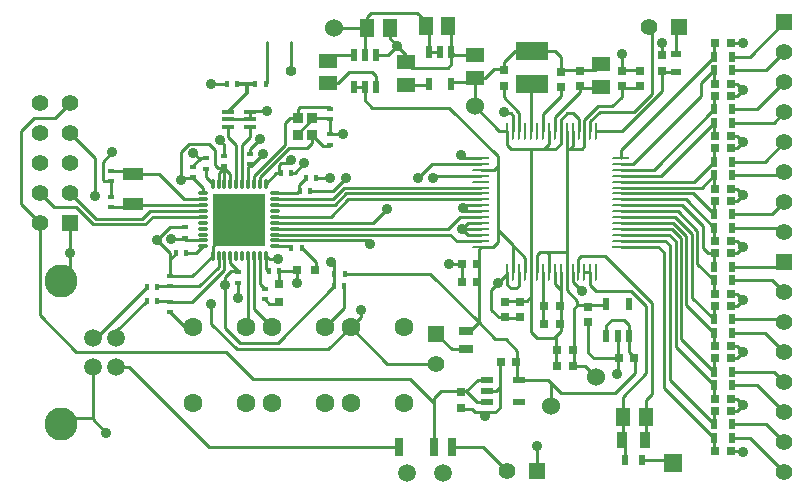
<source format=gtl>
%FSTAX23Y23*%
%MOIN*%
%SFA1B1*%

%IPPOS*%
%ADD11R,0.060000X0.009800*%
%ADD12O,0.060000X0.009800*%
%ADD13O,0.009800X0.060000*%
%ADD14R,0.035000X0.055000*%
%ADD15R,0.045000X0.025000*%
%ADD16R,0.023600X0.015700*%
%ADD17R,0.015700X0.023600*%
%ADD18R,0.055000X0.055000*%
%ADD19C,0.055000*%
%ADD20R,0.070866X0.039370*%
%ADD21R,0.033465X0.037402*%
%ADD22R,0.106000X0.063000*%
%ADD23R,0.059000X0.051200*%
%ADD24R,0.051200X0.059000*%
%ADD25R,0.039370X0.013780*%
%ADD26C,0.062992*%
%ADD27R,0.023622X0.041339*%
%ADD28R,0.043307X0.023622*%
%ADD29R,0.023622X0.043307*%
%ADD30R,0.019685X0.035433*%
%ADD31R,0.035433X0.019685*%
%ADD32R,0.027559X0.031496*%
%ADD33R,0.031496X0.027559*%
%ADD34R,0.059055X0.059055*%
%ADD35C,0.060000*%
%ADD36O,0.011024X0.039370*%
%ADD37O,0.039370X0.011024*%
%ADD38R,0.177165X0.177165*%
%ADD39C,0.019685*%
%ADD40C,0.059055*%
%ADD41C,0.110236*%
%ADD42R,0.027559X0.059055*%
%ADD43R,0.031496X0.031496*%
%ADD44R,0.023622X0.017717*%
%ADD45R,0.017717X0.023622*%
%ADD54C,0.035000*%
%ADD55C,0.010000*%
%ADD56C,0.013780*%
%LNeeg_v2-f_cu_ver2-1*%
%LPD*%
G54D11*
X12423Y-0633D03*
G54D12*
X12423Y-0631D03*
Y-0629D03*
Y-06271D03*
Y-06251D03*
Y-06231D03*
Y-06212D03*
Y-06192D03*
Y-06172D03*
Y-06152D03*
Y-06133D03*
Y-06113D03*
Y-06093D03*
Y-06074D03*
Y-06054D03*
Y-06034D03*
G54D13*
X1234Y-05945D03*
X1232D03*
X123D03*
X12281D03*
X12261D03*
X12241D03*
X12222D03*
X12202D03*
X12182D03*
X12162D03*
X12143D03*
X12123D03*
X12103D03*
X12084D03*
X12064D03*
X12044D03*
G54D12*
X11955Y-06034D03*
Y-06054D03*
Y-06074D03*
Y-06093D03*
Y-06113D03*
Y-06133D03*
Y-06152D03*
Y-06172D03*
Y-06192D03*
Y-06212D03*
Y-06231D03*
Y-06251D03*
Y-06271D03*
Y-0629D03*
Y-0631D03*
Y-0633D03*
G54D13*
X12044Y-06413D03*
X12064D03*
X12103D03*
X12084Y-06414D03*
X12123Y-06413D03*
X12143D03*
X12162D03*
X12182D03*
X12202D03*
X12222D03*
X12241D03*
X12261D03*
X1228D03*
X123D03*
X1232D03*
X12339D03*
G54D14*
X12502Y-06975D03*
X12427D03*
G54D15*
X11905Y-06612D03*
Y-06672D03*
G54D16*
X1104Y-0607D03*
Y-06034D03*
G54D17*
X10842Y-06465D03*
X10877D03*
X10842Y-0651D03*
X10877D03*
X11372Y-061D03*
X11407D03*
G54D16*
X11235Y-06505D03*
Y-06469D03*
G54D17*
X1136Y-06335D03*
X11324D03*
X11467Y-0642D03*
X11502D03*
X11204Y-05787D03*
X1124D03*
G54D18*
X12967Y-06382D03*
G54D19*
X12967Y-06482D03*
Y-06582D03*
Y-06682D03*
Y-06782D03*
Y-06882D03*
Y-06982D03*
Y-07082D03*
G54D18*
X12967Y-05582D03*
G54D19*
X12967Y-05682D03*
Y-05782D03*
Y-05882D03*
Y-05982D03*
Y-06082D03*
Y-06182D03*
Y-06282D03*
X10585Y-0605D03*
Y-0595D03*
X10485Y-0605D03*
Y-0625D03*
G54D18*
X10585Y-0625D03*
G54D19*
X10485Y-0615D03*
X10585D03*
X10485Y-0595D03*
Y-0585D03*
X10585D03*
G54D18*
X12142Y-07077D03*
G54D19*
X12042Y-07077D03*
G54D18*
X11807Y-0662D03*
G54D19*
X11807Y-0672D03*
G54D20*
X10797Y-06186D03*
Y-06088D03*
G54D21*
X11347Y-05901D03*
Y-05958D03*
X11392Y-05901D03*
Y-05958D03*
G54D22*
X12127Y-05787D03*
Y-05677D03*
G54D23*
X11446Y-05785D03*
Y-0571D03*
G54D24*
X11576Y-056D03*
X11651D03*
X11772Y-05595D03*
X11847D03*
G54D23*
X11935Y-05766D03*
Y-05691D03*
X11707Y-0579D03*
Y-05715D03*
G54D24*
X12505Y-06897D03*
X1243D03*
G54D23*
X12355Y-05797D03*
Y-05722D03*
G54D25*
X11114Y-05879D03*
Y-05905D03*
Y-0593D03*
X11185D03*
Y-05905D03*
Y-05879D03*
G54D26*
X11173Y-06597D03*
X10996D03*
Y-06852D03*
X11173D03*
X11258D03*
X11436D03*
Y-06597D03*
X11258D03*
X11521Y-06852D03*
X11698D03*
Y-06597D03*
X11521D03*
G54D27*
X11533Y-05797D03*
X1157D03*
X11607D03*
Y-0569D03*
X1157D03*
X11533D03*
G54D28*
X12081Y-06848D03*
Y-06773D03*
X11975D03*
Y-0681D03*
Y-06848D03*
G54D29*
X12448Y-06521D03*
X12374D03*
Y-06627D03*
X12411D03*
X12448D03*
G54D27*
X11783Y-05787D03*
X11857D03*
Y-0568D03*
X1182D03*
X11783D03*
G54D30*
X12732Y-06922D03*
X12792D03*
X12732Y-06967D03*
X12792D03*
X12732Y-06747D03*
X12792D03*
X12732Y-06792D03*
X12792D03*
X12732Y-06092D03*
X12792D03*
X12732Y-06047D03*
X12792D03*
X12732Y-06442D03*
X12792D03*
X12732Y-05697D03*
X12792D03*
X12732Y-05742D03*
X12792D03*
G54D31*
X12607Y-05687D03*
Y-05747D03*
G54D30*
X12494Y-07042D03*
X12435D03*
X12732Y-05872D03*
X12792D03*
X12732Y-05917D03*
X12792D03*
X12732Y-06397D03*
X12792D03*
X12732Y-06222D03*
X12792D03*
X12732Y-06267D03*
X12792D03*
X12732Y-06617D03*
X12792D03*
X12732Y-06572D03*
X12792D03*
G54D32*
X12736Y-06662D03*
X12788D03*
X12736Y-06527D03*
X12788D03*
X12736Y-06487D03*
X12788D03*
X12736Y-06352D03*
X12788D03*
X12736Y-06702D03*
X12788D03*
X12736Y-06837D03*
X12788D03*
X12736Y-06312D03*
X12788D03*
X12736Y-06177D03*
X12788D03*
X12736Y-06877D03*
X12788D03*
X12736Y-07012D03*
X12788D03*
X12736Y-06137D03*
X12788D03*
X12736Y-06002D03*
X12788D03*
X12736Y-05787D03*
X12788D03*
X12736Y-05827D03*
X12788D03*
G54D33*
X1256Y-05743D03*
Y-05691D03*
G54D32*
X12736Y-05962D03*
X12788D03*
G54D34*
X12597Y-0705D03*
G54D18*
X12617Y-05597D03*
G54D19*
X12517Y-05597D03*
G54D32*
X12736Y-05652D03*
X12788D03*
G54D35*
X12188Y-06862D03*
X12338Y-06763D03*
X11466Y-056D03*
X11937Y-05862D03*
G54D36*
X11061Y-0636D03*
X11081D03*
X111D03*
X1112D03*
X1114D03*
X11159D03*
X11179D03*
X11199D03*
X11218D03*
X11238D03*
G54D37*
X1127Y-06328D03*
Y-06308D03*
Y-06289D03*
Y-06269D03*
Y-06249D03*
Y-0623D03*
Y-0621D03*
Y-0619D03*
Y-06171D03*
Y-06151D03*
G54D36*
X11238Y-06119D03*
X11218D03*
X11199D03*
X11179D03*
X11159D03*
X1114D03*
X1112D03*
X111D03*
X11081D03*
X11061D03*
G54D37*
X11029Y-06151D03*
Y-06171D03*
Y-0619D03*
Y-0621D03*
Y-0623D03*
Y-06249D03*
Y-06269D03*
Y-06289D03*
Y-06308D03*
Y-06328D03*
G54D38*
X1115Y-0624D03*
G54D39*
X1113Y-06259D03*
Y-0622D03*
X11169D03*
Y-06259D03*
Y-06299D03*
X1113D03*
X1109D03*
Y-06259D03*
Y-0622D03*
Y-0618D03*
X1113D03*
X11169D03*
X11209D03*
Y-0622D03*
Y-06259D03*
Y-06299D03*
G54D40*
X1074Y-06731D03*
Y-06633D03*
X10661D03*
Y-06731D03*
G54D41*
X10555Y-06445D03*
Y-06919D03*
G54D40*
X11829Y-07085D03*
X1171D03*
G54D42*
X11681Y-06996D03*
X11799D03*
X11858D03*
G54D43*
X11282Y-06514D03*
Y-06455D03*
X11402Y-06407D03*
X11342D03*
G54D33*
X12285Y-05795D03*
Y-05744D03*
X12312Y-06529D03*
Y-0658D03*
X12035Y-06514D03*
Y-06565D03*
X12086Y-06513D03*
Y-06564D03*
X12222Y-05798D03*
Y-05746D03*
G54D32*
X12166Y-06587D03*
X12218D03*
X12166Y-06527D03*
X12218D03*
G54D33*
X12032Y-05793D03*
Y-05741D03*
X12485Y-05795D03*
Y-05744D03*
X12425Y-05795D03*
Y-05744D03*
G54D32*
X11944Y-06447D03*
X11893D03*
X11944Y-06387D03*
X11893D03*
X12073Y-06715D03*
X12022D03*
X12261Y-06728D03*
X1221D03*
X12261Y-06673D03*
X1221D03*
G54D33*
X11888Y-06815D03*
Y-06866D03*
G54D32*
X12466Y-06702D03*
X12415D03*
G54D44*
X10997Y-06096D03*
Y-06063D03*
G54D45*
X1125Y-06412D03*
X11284D03*
G54D44*
X111Y-06061D03*
Y-06028D03*
X11147Y-06415D03*
Y-06449D03*
G54D45*
X11465Y-06462D03*
X11499D03*
G54D44*
X11185Y-06054D03*
Y-0602D03*
G54D45*
X11288Y-06085D03*
X11321D03*
X11141Y-05787D03*
X11108D03*
X10974Y-06352D03*
X1094D03*
X11353Y-06145D03*
X11386D03*
G54D44*
X1092Y-06428D03*
Y-06461D03*
Y-06513D03*
Y-06546D03*
X1097Y-06299D03*
Y-06265D03*
X10722Y-06196D03*
Y-06163D03*
Y-06078D03*
Y-06111D03*
X11452Y-0587D03*
Y-05904D03*
Y-05989D03*
Y-05955D03*
G54D31*
X11324Y-05745D03*
G54D54*
X11642Y-06205D03*
X11747Y-061D03*
X11587Y-0632D03*
X11795Y-06102D03*
X11452D03*
X11555Y-0654D03*
X11057Y-06522D03*
X1067Y-0616D03*
X10955Y-06107D03*
X11457Y-0638D03*
X11322Y-0604D03*
X1123Y-0602D03*
X1128Y-06372D03*
X11102Y-06457D03*
X10922Y-06305D03*
X11677Y-0566D03*
X11495Y-05955D03*
X11367Y-06052D03*
X10727Y-06015D03*
X11968Y-06893D03*
X12409Y-06755D03*
X12291Y-06476D03*
X12142Y-06995D03*
X12011Y-06452D03*
X11893Y-06271D03*
X11895Y-06202D03*
X11889Y-06023D03*
X12031Y-05881D03*
X12425Y-05688D03*
X1256Y-0565D03*
X1283Y-05652D03*
Y-05807D03*
Y-05982D03*
Y-06157D03*
Y-06332D03*
Y-06682D03*
Y-06507D03*
Y-07015D03*
Y-06857D03*
X1185Y-06387D03*
X11342Y-06452D03*
X1122Y-0597D03*
X11085Y-05975D03*
X11055Y-05787D03*
X11507Y-061D03*
X11147Y-06502D03*
X10585Y-0635D03*
X10707Y-0695D03*
X10877Y-06307D03*
X10997Y-06017D03*
X11324Y-05745D03*
X11242Y-05877D03*
G54D55*
X12241Y-06473D02*
Y-06413D01*
X12303Y-06728D02*
X12338Y-06763D01*
X12173Y-06346D02*
X12241D01*
X12143Y-06413D02*
Y-06356D01*
X12182Y-06355D02*
Y-06413D01*
X12173Y-06346D02*
X12182Y-06355D01*
X12153Y-06346D02*
X12173D01*
X12143Y-06356D02*
X12153Y-06346D01*
X123Y-05945D02*
Y-05907D01*
X12346Y-05862D01*
X12251Y-06003D02*
X12291D01*
X123Y-05994D02*
Y-05945D01*
X12291Y-06003D02*
X123Y-05994D01*
X12241Y-06003D02*
X12251D01*
X12261Y-05994D02*
Y-05945D01*
X12251Y-06003D02*
X12261Y-05994D01*
X12241Y-05945D02*
Y-06003D01*
Y-06346D01*
Y-06413D01*
X12241Y-06413D01*
X1237Y-06525D02*
X12374Y-06521D01*
X12277Y-06509D02*
X12241Y-06473D01*
X12346Y-05862D02*
X12393D01*
X12277Y-06525D02*
Y-06509D01*
X12393Y-05862D02*
X12425Y-0583D01*
X12265Y-06537D02*
X12277Y-06525D01*
X12425Y-0583D02*
Y-05799D01*
X12485D01*
X12265Y-06728D02*
X12303D01*
X12265D02*
Y-06673D01*
Y-06537D01*
X12277Y-06525D02*
X12312D01*
X1237D01*
X11905Y-06612D02*
X11918D01*
X11948Y-06582D01*
X11785Y-0642D01*
X11502D01*
X12188Y-06862D02*
Y-06783D01*
X11948Y-06582D02*
Y-06582D01*
X12003Y-06637D02*
X11948Y-06582D01*
X12039Y-06637D02*
X12003D01*
X12081Y-06773D02*
X12178D01*
X12188Y-06783D01*
X12224Y-06818D01*
X11948Y-06336D02*
X11955Y-0633D01*
X12064Y-06413D02*
Y-06328D01*
X12055Y-06318D01*
X12103Y-06413D02*
Y-06367D01*
X12055Y-06318D01*
X12011Y-06275D01*
Y-06059D02*
Y-06275D01*
Y-06314D01*
X11996Y-0633D02*
X11955D01*
X12011Y-06314D02*
X11996Y-0633D01*
X11955Y-06074D02*
X12D01*
X1157Y-05842D02*
Y-05797D01*
X11594Y-05866D02*
X1157Y-05842D01*
X1185Y-05866D02*
X11594D01*
X12011Y-06027D02*
X1185Y-05866D01*
X12011Y-06062D02*
Y-06059D01*
Y-06027D01*
X12Y-06074D02*
X12011Y-06062D01*
X12374Y-06627D02*
Y-06592D01*
X12448D02*
Y-06627D01*
X12431Y-06574D02*
X12448Y-06592D01*
X12391Y-06574D02*
X12431D01*
X12374Y-06592D02*
X12391Y-06574D01*
X1157Y-05797D02*
X11533D01*
X12077Y-06769D02*
X12081Y-06773D01*
X12077Y-06676D02*
X12039Y-06637D01*
X12224Y-06818D02*
X12401D01*
X1247Y-06749D01*
X11948Y-06387D02*
Y-06336D01*
Y-06387D02*
Y-06447D01*
Y-06582D02*
Y-06447D01*
X1247Y-06749D02*
Y-06702D01*
X12448Y-06681D02*
Y-06627D01*
X1247Y-06702D02*
X12448Y-06681D01*
X12077Y-06715D02*
Y-06676D01*
Y-06715D02*
Y-06769D01*
X12206Y-06673D02*
Y-06728D01*
Y-06673D02*
Y-06628D01*
X122Y-06633D02*
X12206Y-06628D01*
X12222Y-06612D01*
X12141Y-06633D02*
X122D01*
X12123Y-06615D02*
X12141Y-06633D01*
X12123Y-06494D02*
Y-06615D01*
X12108Y-06509D02*
X12123Y-06494D01*
X12222Y-06612D02*
Y-06587D01*
X12086Y-06509D02*
X12108D01*
X11935Y-05766D02*
X11969D01*
X11998Y-05737D01*
X12123Y-06413D02*
Y-06494D01*
Y-06413D02*
Y-06003D01*
X12202Y-06413D02*
Y-06454D01*
X12222Y-06474D01*
Y-06413D01*
X12222Y-06413D01*
Y-05945D02*
Y-05907D01*
X12281Y-05903D02*
Y-05945D01*
X12263Y-05885D02*
X12281Y-05903D01*
X12244Y-05885D02*
X12263D01*
X12222Y-05907D02*
X12244Y-05885D01*
X12165Y-06003D02*
X12204D01*
X12222Y-05986D02*
Y-05945D01*
X12204Y-06003D02*
X12222Y-05986D01*
X12044Y-05945D02*
Y-05991D01*
X12182Y-05986D02*
Y-05945D01*
X12165Y-06003D02*
X12182Y-05986D01*
X12057Y-06003D02*
X12123D01*
X12165D01*
X12044Y-05991D02*
X12057Y-06003D01*
X11935Y-05766D02*
Y-05862D01*
X12044Y-05944D02*
X12044Y-05945D01*
X12017Y-05944D02*
X12044D01*
X11935Y-05862D02*
X12017Y-05944D01*
X12337Y-0574D02*
X12355Y-05722D01*
X12127Y-05677D02*
X12203D01*
X12222Y-05696D01*
X12068Y-05677D02*
X12127D01*
X11857Y-05787D02*
X11862Y-05782D01*
X11919D02*
X11935Y-05766D01*
X11862Y-05782D02*
X11919D01*
X12032Y-05713D02*
X12068Y-05677D01*
X11998Y-05737D02*
X12032D01*
Y-05713D01*
X12285Y-0574D02*
X12337D01*
X12282Y-05742D02*
X12285Y-0574D01*
X12222Y-05742D02*
X12282D01*
X12222Y-05696D02*
Y-05742D01*
X12086Y-06509D02*
X12035D01*
X12035Y-0651D01*
X12222Y-06527D02*
Y-06474D01*
Y-06527D02*
Y-06587D01*
X12792Y-05742D02*
X12907D01*
X12967Y-05682D01*
X12792Y-05697D02*
X12852D01*
X12967Y-05582D01*
X12792Y-05917D02*
X12932D01*
X12967Y-05882D01*
X12792Y-05872D02*
X12877D01*
X12967Y-05782D01*
X12792Y-06092D02*
X12957D01*
X12967Y-06082D01*
X12792Y-06047D02*
X12902D01*
X12967Y-05982D01*
X12792Y-06267D02*
X12952D01*
X12967Y-06282D01*
X12792Y-06222D02*
X12927D01*
X12967Y-06182D01*
X12792Y-06442D02*
X12927D01*
X12967Y-06482D01*
X12792Y-06397D02*
X12952D01*
X12967Y-06382D01*
X12792Y-06617D02*
X12902D01*
X12967Y-06682D01*
X12792Y-06572D02*
X12957D01*
X12967Y-06582D01*
X12792Y-06792D02*
X12877D01*
X12967Y-06882D01*
X12792Y-06747D02*
X12932D01*
X12967Y-06782D01*
X12792Y-06967D02*
X12852D01*
X12967Y-07082D01*
X12792Y-06922D02*
X12907D01*
X12967Y-06982D01*
X12494Y-07042D02*
X1259D01*
X12597Y-0705D01*
X1228Y-06413D02*
Y-06371D01*
X12505Y-06842D02*
Y-06897D01*
X12525Y-06822D02*
X12505Y-06842D01*
X12525Y-06517D02*
Y-06822D01*
X1237Y-06362D02*
X12525Y-06517D01*
X1229Y-06362D02*
X1237D01*
X1228Y-06371D02*
X1229Y-06362D01*
X12505Y-06897D02*
Y-06972D01*
X12502Y-06975D01*
X12435Y-07042D02*
Y-06982D01*
X12427Y-06975D01*
X1243Y-06897D02*
Y-06972D01*
X12427Y-06975D01*
X1232Y-06413D02*
Y-06457D01*
X1243Y-0683D02*
Y-06897D01*
X12507Y-06752D02*
X1243Y-0683D01*
X12507Y-06527D02*
Y-06752D01*
X12457Y-06477D02*
X12507Y-06527D01*
X1234Y-06477D02*
X12457D01*
X1232Y-06457D02*
X1234Y-06477D01*
X123Y-06413D02*
X1232D01*
X11955Y-06152D02*
X11507D01*
X11469Y-0619D02*
X1127D01*
X11507Y-06152D02*
X11469Y-0619D01*
X11955Y-06054D02*
X11793D01*
X11597Y-06249D02*
X1127D01*
X11642Y-06205D02*
X11597Y-06249D01*
X11793Y-06054D02*
X11747Y-061D01*
X11955Y-06231D02*
X11885D01*
X11847Y-06269D02*
X1127D01*
X11885Y-06231D02*
X11847Y-06269D01*
X11955Y-0631D02*
X11875D01*
X11854Y-06289D02*
X1127D01*
X11875Y-0631D02*
X11854Y-06289D01*
X11955Y-06093D02*
X11803D01*
X11576Y-06308D02*
X1127D01*
X11587Y-0632D02*
X11576Y-06308D01*
X11803Y-06093D02*
X11795Y-06102D01*
X12607Y-05687D02*
Y-05607D01*
X12617Y-05597D01*
X1232Y-05945D02*
Y-0591D01*
X12525Y-05605D02*
X12517Y-05597D01*
X12525Y-05822D02*
Y-05605D01*
X12467Y-0588D02*
X12525Y-05822D01*
X12351Y-0588D02*
X12467D01*
X1232Y-0591D02*
X12351Y-0588D01*
X11955Y-06133D02*
X11499D01*
X11461Y-06171D02*
X1127D01*
X11499Y-06133D02*
X11461Y-06171D01*
X12123Y-05945D02*
Y-05791D01*
X12127Y-05787D01*
X12032Y-05831D02*
Y-05797D01*
X12084Y-05883D02*
X12032Y-05831D01*
X12084Y-05945D02*
Y-05883D01*
X12162Y-06587D02*
Y-06527D01*
Y-06413D02*
Y-06527D01*
X12222Y-05828D02*
Y-05802D01*
X12162Y-05888D02*
X12222Y-05828D01*
X12162Y-05945D02*
Y-05888D01*
X12285Y-05799D02*
X12352D01*
X12285Y-05815D02*
Y-05799D01*
X12202Y-05898D02*
X12285Y-05815D01*
X12352Y-05799D02*
X12355Y-05797D01*
X12202Y-05945D02*
Y-05898D01*
X12042Y-07077D02*
X11961Y-06996D01*
X11858D01*
X11242Y-05745D02*
Y-05648D01*
X1124Y-05787D02*
X11242Y-05785D01*
Y-05745D01*
X10585Y-0615D02*
X10672Y-06237D01*
X10854Y-0621D02*
X11029D01*
X10827Y-06237D02*
X10854Y-0621D01*
X10672Y-06237D02*
X10827D01*
X11029Y-0623D02*
X10862D01*
X10532Y-06197D02*
X10485Y-0615D01*
X10605Y-06197D02*
X10532D01*
X10662Y-06255D02*
X10605Y-06197D01*
X10837Y-06255D02*
X10662D01*
X10862Y-0623D02*
X10837Y-06255D01*
X11218Y-0636D02*
Y-06453D01*
X11235Y-06469D01*
X1127Y-06328D02*
X11318D01*
X11324Y-06335D01*
X11348Y-06145D02*
Y-06123D01*
X11372Y-061D01*
X1127Y-06151D02*
X11341D01*
X11348Y-06145D01*
X11521Y-06597D02*
X11644Y-0672D01*
X11807D01*
X11521Y-06597D02*
X11555Y-06563D01*
X1141Y-06102D02*
X11407Y-061D01*
X11452Y-06102D02*
X1141D01*
X11555Y-06563D02*
Y-0654D01*
X10585Y-0595D02*
X1067Y-06035D01*
X11445Y-06672D02*
X11521Y-06597D01*
X11142Y-06672D02*
X11445D01*
X11057Y-06587D02*
X11142Y-06672D01*
X11057Y-06522D02*
Y-06587D01*
X1067Y-06035D02*
Y-0616D01*
X1114Y-06119D02*
Y-0599D01*
X11114Y-05964D02*
Y-0593D01*
X1114Y-0599D02*
X11114Y-05964D01*
X11159Y-06119D02*
Y-0599D01*
X11185Y-05931D02*
X11185Y-0593D01*
X11185Y-05965D02*
Y-05931D01*
X11159Y-0599D02*
X11185Y-05965D01*
X11955Y-06172D02*
X11514D01*
X11457Y-0623D02*
X1127D01*
X11514Y-06172D02*
X11457Y-0623D01*
X11179Y-0636D02*
Y-06591D01*
X11173Y-06597D01*
X11199Y-0636D02*
Y-06537D01*
X11258Y-06597D01*
G54D56*
X11114Y-05879D02*
X11177Y-05816D01*
Y-05787D01*
X11199D02*
X11177D01*
X11146D01*
G54D55*
X10842Y-0651D02*
X1074Y-06611D01*
Y-06633D01*
X111Y-0636D02*
Y-06406D01*
X10994Y-06513D02*
X1092D01*
X111Y-06406D02*
X10994Y-06513D01*
X10877Y-0651D02*
X10916D01*
X1092Y-06513D01*
X10842Y-06465D02*
X10674Y-06633D01*
X10661D01*
X1092Y-06461D02*
X1088D01*
X10877Y-06465D01*
X1092Y-06461D02*
X11015D01*
X11081Y-06396D02*
Y-0636D01*
X11015Y-06461D02*
X11081Y-06396D01*
X11465Y-06462D02*
Y-06421D01*
X11467Y-0642D01*
X11102Y-06457D02*
Y-066D01*
X11278Y-0665D02*
X11465Y-06462D01*
X11152Y-0665D02*
X11278D01*
X11102Y-066D02*
X11152Y-0665D01*
X11465Y-06387D02*
Y-06412D01*
X11457Y-0638D02*
X11465Y-06387D01*
X11283Y-06056D02*
Y-06085D01*
X1129Y-0605D02*
X11283Y-06056D01*
X11312Y-0605D02*
X1129D01*
X11322Y-0604D02*
X11312Y-0605D01*
X11185Y-06059D02*
X1119D01*
X1123Y-0602D01*
X11238Y-0636D02*
X11251Y-06372D01*
X1128D01*
X11238Y-06119D02*
X11273Y-06085D01*
X11283D01*
X11124Y-0641D02*
X11147D01*
X11102Y-06457D02*
Y-06432D01*
X11124Y-0641D01*
X1112Y-0636D02*
Y-06383D01*
X11147Y-0641D01*
X111Y-06066D02*
X11079D01*
X1107Y-06057D01*
Y-06007D01*
X1105Y-05987D01*
X10982D01*
X10955Y-06015D01*
Y-06107D01*
X1097Y-06304D02*
X10923D01*
X10922Y-06305D01*
X1096Y-06101D02*
X10997D01*
X10955Y-06107D02*
X1096Y-06101D01*
X11029Y-06151D02*
Y-06134D01*
X10997Y-06101D01*
X11081Y-06119D02*
Y-06085D01*
X111Y-06066D01*
X111Y-06119D02*
Y-06067D01*
X111Y-06066D01*
X1112Y-06119D02*
Y-06087D01*
X111Y-06066D01*
X11179Y-06119D02*
Y-06064D01*
X11185Y-06059D01*
X11238Y-0636D02*
Y-06405D01*
X11245Y-06412D01*
X11029Y-06308D02*
X10974D01*
X1097Y-06304D01*
X10722Y-06196D02*
X10787D01*
X10797Y-06186D01*
X11029Y-0619D02*
X10801D01*
X10797Y-06186D01*
X10722Y-06078D02*
X10787D01*
X10797Y-06088D01*
X11029Y-06171D02*
X10966D01*
X10883Y-06088D02*
X10797D01*
X10966Y-06171D02*
X10883Y-06088D01*
X11315Y-06D02*
X11377D01*
X11392Y-05985D02*
Y-05958D01*
X11377Y-06D02*
X11392Y-05985D01*
X11452Y-05994D02*
X11428D01*
X11392Y-05958D01*
X11218Y-06119D02*
Y-06096D01*
X11315Y-06D01*
X11313Y-06001D01*
X11301Y-05991D02*
Y-05918D01*
X11318Y-05901D02*
X11347D01*
X11301Y-05918D02*
X11318Y-05901D01*
X11452Y-05865D02*
X11353D01*
X11347Y-05871D01*
Y-05901D01*
X11199Y-06119D02*
Y-06093D01*
X11301Y-05991D01*
X11302Y-0599D01*
X11788Y-05595D02*
X11742Y-0555D01*
X11576Y-05563D02*
Y-056D01*
X1159Y-0555D02*
X11576Y-05563D01*
X11742Y-0555D02*
X1159D01*
X11576Y-056D02*
X11466D01*
X1157Y-0569D02*
Y-05606D01*
X11576Y-056D01*
X11783Y-0568D02*
X1182D01*
X11783D02*
Y-056D01*
X11788Y-05595D01*
X1074Y-06731D02*
X10784D01*
X11048Y-06996D02*
X11681D01*
X10784Y-06731D02*
X11048Y-06996D01*
X11651Y-056D02*
Y-05634D01*
X11677Y-0566D01*
X11707Y-05715D02*
Y-0569D01*
X11677Y-0566D01*
X11607Y-0569D02*
X11646D01*
X11677Y-0566D01*
X11452Y-05955D02*
X11494D01*
X11495Y-05955D01*
X11347Y-05958D02*
Y-05952D01*
X11392Y-05907D02*
Y-05901D01*
X11347Y-05952D02*
X11392Y-05907D01*
X11452Y-05955D02*
Y-05904D01*
X11392Y-05901D02*
X11449D01*
X11452Y-05904D01*
X11321Y-06085D02*
X11335D01*
X11367Y-06052D01*
X12035Y-06565D02*
X12015D01*
X1199Y-06474D02*
X12011Y-06452D01*
X1199Y-0654D02*
Y-06474D01*
X12015Y-06565D02*
X1199Y-0654D01*
X10722Y-06163D02*
Y-06111D01*
X10699D01*
X10695Y-06047D02*
X10727Y-06015D01*
X10695Y-06107D02*
Y-06047D01*
X10699Y-06111D02*
X10695Y-06107D01*
X11499Y-06462D02*
Y-06533D01*
X11436Y-06597D01*
X12018Y-06798D02*
Y-06715D01*
Y-06867D02*
Y-06798D01*
X12006Y-0681D02*
X12018Y-06798D01*
X12003Y-06881D02*
X12018Y-06867D01*
X11968Y-06881D02*
X12003D01*
X11968D02*
Y-06893D01*
X11937Y-06881D02*
X11968D01*
X11925Y-0687D02*
X11937Y-06881D01*
X12411Y-06702D02*
Y-06754D01*
X12332Y-06702D02*
X12411D01*
Y-06754D02*
X12409Y-06755D01*
X12261Y-06446D02*
X12291Y-06476D01*
X11912Y-0629D02*
X11893Y-06271D01*
X11914Y-06251D02*
X11893Y-06271D01*
X11894Y-06271D01*
X11904Y-06212D02*
X11895Y-06202D01*
X11905Y-06192D02*
X11895Y-06202D01*
X119Y-06034D02*
X11889Y-06023D01*
X12055Y-05885D02*
X12035D01*
X12031Y-05881D01*
X12064Y-05895D02*
X12055Y-05885D01*
X1281Y-05827D02*
X1283Y-05807D01*
X1281Y-05787D01*
Y-06002D02*
X1283Y-05982D01*
X1281Y-05962D01*
Y-06177D02*
X1283Y-06157D01*
X1281Y-06137D01*
Y-06352D02*
X1283Y-06332D01*
X1281Y-06312D01*
Y-06702D02*
X1283Y-06682D01*
X1281Y-06662D01*
Y-06527D02*
X1283Y-06507D01*
X1281Y-06487D01*
X1283Y-07015D02*
X12827Y-07012D01*
X1281Y-06877D02*
X1283Y-06857D01*
X1281Y-06837D01*
X12425Y-05689D02*
X12425Y-05688D01*
X12312Y-06584D02*
Y-06683D01*
X12332Y-06702D01*
X12086Y-06568D02*
X12035D01*
X12035Y-06569D01*
X12425Y-0574D02*
Y-05689D01*
Y-0574D02*
X12485D01*
X11893Y-06447D02*
Y-06387D01*
X11892Y-06387D01*
X1185D01*
X10877Y-06307D02*
X1092Y-0635D01*
Y-06373D01*
X1094Y-06352D02*
X1092Y-06373D01*
Y-06428D01*
X11061Y-0636D02*
X10993Y-06428D01*
X1092D01*
X10996Y-06597D02*
X1097D01*
X1092Y-06546D01*
X1097Y-06265D02*
X10919D01*
X10877Y-06307D01*
X11342Y-06407D02*
X11342Y-06407D01*
Y-06452D01*
X11342Y-06407D02*
X11337Y-06412D01*
X11284D01*
X11282Y-06455D02*
X11284Y-06453D01*
Y-06412D01*
X1256Y-05691D02*
Y-0565D01*
X11324Y-05745D02*
Y-05648D01*
X11185Y-06015D02*
Y-06005D01*
X1122Y-0597D01*
X111Y-06023D02*
Y-0599D01*
X11085Y-05975D01*
X11103Y-05787D02*
X11055D01*
X11185Y-05905D02*
X11114D01*
X11185D02*
Y-05879D01*
X11462Y-06145D02*
X11391D01*
X11507Y-061D02*
X11462Y-06145D01*
X11147Y-06454D02*
Y-06502D01*
X12142Y-07077D02*
Y-06995D01*
X10661Y-06902D02*
X10572D01*
X10555Y-06919D01*
X10661Y-06731D02*
Y-06902D01*
Y-06904D01*
X10707Y-0695D02*
X10661Y-06904D01*
X10585Y-0625D02*
Y-0635D01*
Y-06415D01*
X10555Y-06445D01*
X11061Y-0636D02*
Y-06328D01*
X1115Y-0624D01*
X11015Y-0604D02*
Y-06035D01*
X10997Y-06017D01*
X12827Y-07012D02*
X12788D01*
Y-06877D02*
X1281D01*
Y-06837D02*
X12788D01*
Y-06702D02*
X1281D01*
Y-06662D02*
X12788D01*
Y-06527D02*
X1281D01*
Y-06487D02*
X12788D01*
Y-06352D02*
X1281D01*
Y-06312D02*
X12788D01*
Y-06177D02*
X1281D01*
Y-06137D02*
X12788D01*
Y-06002D02*
X1281D01*
Y-05962D02*
X12788D01*
Y-05827D02*
X1281D01*
X12788Y-05652D02*
X1283D01*
X1281Y-05787D02*
X12788D01*
X11185Y-05879D02*
X11187Y-05877D01*
X11242D02*
X11187D01*
X11955Y-06212D02*
X11904D01*
X11955Y-06192D02*
X11905D01*
X10997Y-06058D02*
X11015Y-0604D01*
X11021Y-06034D01*
X1104D01*
X12064Y-05945D02*
Y-05895D01*
X11955Y-06034D02*
X119D01*
X11955Y-0629D02*
X11912D01*
X11955Y-06251D02*
X11914D01*
X11955Y-06271D02*
X11894D01*
X12044Y-06413D02*
Y-06419D01*
X12011Y-06452D01*
X12084Y-06414D02*
Y-06459D01*
X12044Y-06458D02*
Y-06413D01*
X12055Y-06468D02*
X12044Y-06458D01*
X12074Y-06468D02*
X12055D01*
X12084Y-06459D02*
X12074Y-06468D01*
X12261Y-06413D02*
Y-06446D01*
X12411Y-06702D02*
Y-06628D01*
X12411Y-06627D01*
X11707Y-05715D02*
X11725Y-05733D01*
X11857Y-0572D02*
Y-0568D01*
X11845Y-05733D02*
X11857Y-0572D01*
X11725Y-05733D02*
X11845D01*
X11935Y-05691D02*
X11868D01*
X11857Y-0568D01*
Y-056D01*
X11863Y-05595D01*
X11975Y-0681D02*
X12006D01*
X11888Y-0687D02*
X11925D01*
X12423Y-06212D02*
X12612D01*
X12677Y-06387D02*
X12732Y-06442D01*
X12677Y-06277D02*
Y-06387D01*
X12612Y-06212D02*
X12677Y-06277D01*
X12732Y-06442D02*
Y-06483D01*
X12736Y-06487D01*
X11783Y-05787D02*
X11779Y-0579D01*
X11707D01*
X11446Y-05785D02*
X11478D01*
X11607Y-05761D02*
Y-05797D01*
X11594Y-05748D02*
X11607Y-05761D01*
X11515Y-05748D02*
X11594D01*
X11478Y-05785D02*
X11515Y-05748D01*
X11533Y-0569D02*
X11466D01*
X11446Y-0571D01*
X11807Y-0662D02*
X1186Y-06672D01*
X11905D01*
X1104Y-0607D02*
Y-06098D01*
X11061Y-06119D01*
X10979Y-06352D02*
X11006D01*
X11029Y-06328D01*
X11249Y-0652D02*
X11285D01*
X11235Y-06505D02*
X11249Y-0652D01*
X11405Y-06379D02*
Y-064D01*
X1136Y-06335D02*
X11405Y-06379D01*
X12423Y-06113D02*
X12666D01*
X12732Y-06047D01*
Y-06006D01*
X12736Y-06002D01*
X12423Y-06034D02*
Y-06006D01*
X12732Y-05697D01*
Y-05656D01*
X12736Y-05652D01*
X12423Y-06054D02*
X12463D01*
X1269Y-05785D02*
X12732Y-05742D01*
X1269Y-05827D02*
Y-05785D01*
X12463Y-06054D02*
X1269Y-05827D01*
X12732Y-05742D02*
Y-05783D01*
X12736Y-05787D01*
X12423Y-06133D02*
X12692D01*
X12732Y-06092D01*
Y-06133D01*
X12736Y-06137D01*
X12423Y-06074D02*
X12531D01*
X12732Y-05872D01*
Y-05831D01*
X12736Y-05827D01*
X12423Y-06093D02*
X12556D01*
X12732Y-05917D01*
Y-05958D01*
X12736Y-05962D01*
X12607Y-05747D02*
X12563D01*
X1256Y-05743D01*
X1234Y-05945D02*
X12427D01*
X1256Y-05812D02*
Y-05743D01*
X12427Y-05945D02*
X1256Y-05812D01*
X12732Y-06922D02*
X12585Y-06774D01*
X1257Y-0631D02*
X12423D01*
X12585Y-06325D02*
X1257Y-0631D01*
X12585Y-06774D02*
Y-06325D01*
X12732Y-06927D02*
Y-06886D01*
X12736Y-06882D01*
X12423Y-0633D02*
X12547D01*
X12565Y-06799D02*
X12732Y-06967D01*
X12565Y-06347D02*
Y-06799D01*
X12547Y-0633D02*
X12565Y-06347D01*
X12732Y-06972D02*
Y-07013D01*
X12736Y-07017D01*
X12423Y-06231D02*
X12604D01*
X1266Y-06499D02*
X12732Y-06572D01*
X1266Y-06287D02*
Y-06499D01*
X12604Y-06231D02*
X1266Y-06287D01*
X12732Y-06572D02*
Y-06531D01*
X12736Y-06527D01*
X12423Y-06251D02*
X12596D01*
X1264Y-06524D02*
X12732Y-06617D01*
X1264Y-06295D02*
Y-06524D01*
X12596Y-06251D02*
X1264Y-06295D01*
X12732Y-06617D02*
Y-06658D01*
X12736Y-06662D01*
X12732Y-06747D02*
X12622Y-06637D01*
X12591Y-06271D02*
X12423D01*
X12622Y-06302D02*
X12591Y-06271D01*
X12622Y-06637D02*
Y-06302D01*
X12732Y-06747D02*
Y-06706D01*
X12736Y-06702D01*
X12423Y-0629D02*
X12583D01*
X12605Y-06664D02*
X12732Y-06792D01*
X12605Y-06312D02*
Y-06664D01*
X12583Y-0629D02*
X12605Y-06312D01*
X12732Y-06792D02*
Y-06833D01*
X12736Y-06837D01*
X12423Y-06172D02*
X12638D01*
X12732Y-06267D01*
Y-06308D01*
X12736Y-06312D01*
X12423Y-06152D02*
X12663D01*
X12732Y-06222D01*
Y-06181D01*
X12736Y-06177D01*
X12423Y-06192D02*
X12627D01*
X12712Y-06352D02*
X12736D01*
X12695Y-06335D02*
X12712Y-06352D01*
X12695Y-0626D02*
Y-06335D01*
X12627Y-06192D02*
X12695Y-0626D01*
X12732Y-06397D02*
Y-06356D01*
X12736Y-06352D01*
X11823Y-06811D02*
X11888D01*
X11907D01*
X11945Y-06773D01*
X11888Y-06811D02*
X11907D01*
X11944Y-06848D01*
X11799Y-06835D02*
X11823Y-06811D01*
X11799Y-06849D02*
Y-06835D01*
X1172Y-0677D02*
X11799Y-06849D01*
X11197Y-0677D02*
X1172D01*
X11107Y-0668D02*
X11197Y-0677D01*
X10607Y-0668D02*
X11107D01*
X10485Y-06557D02*
X10607Y-0668D01*
X10485Y-0625D02*
Y-06557D01*
X11799Y-06996D02*
Y-06849D01*
X10585Y-0585D02*
X10535Y-059D01*
X10422Y-06187D02*
X10485Y-0625D01*
X10422Y-05945D02*
Y-06187D01*
X10467Y-059D02*
X10422Y-05945D01*
X10535Y-059D02*
X10467D01*
X11945Y-06773D02*
X11975D01*
X11944Y-06848D02*
X11975D01*
M02*
</source>
